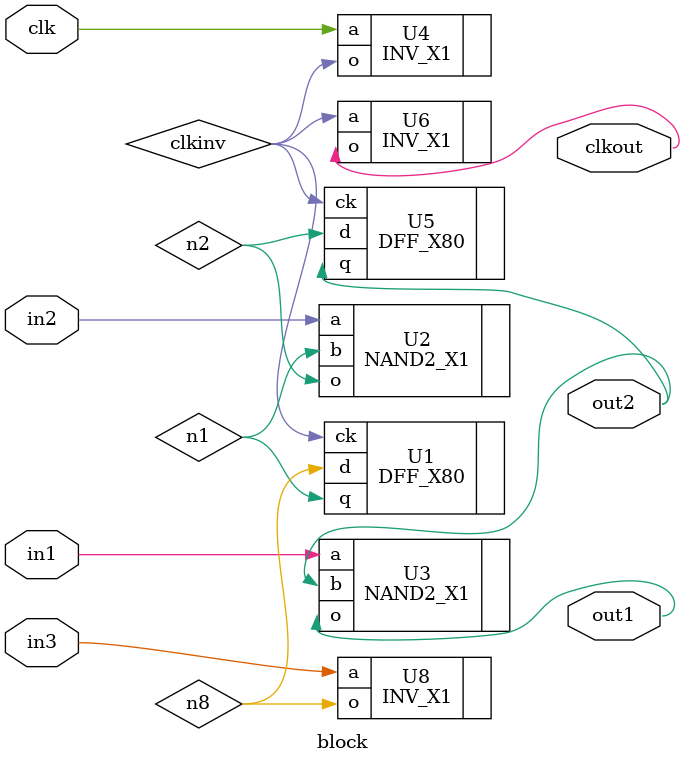
<source format=v>
module block (
in1,
in2,
in3,
clk,
out1,
out2,
clkout,
);

// Start PIs
input in1;
input in2;
input in3;
input clk;

// Start POs
output out1;
output out2;
output clkout;

// Start wires
wire in1;
wire in2;
wire in3;
wire clk;
wire out1;
wire out2;
wire clkout;
wire n1;
wire n2;
wire n8;
wire clkinv;

// Start cells
DFF_X80 U1 ( .d(n8), .ck(clkinv), .q(n1) );
NAND2_X1 U2 ( .a(in2), .b(n1), .o(n2) );
NAND2_X1 U3 ( .a(in1), .b(out2), .o(out1) );
INV_X1 U4 ( .a(clk), .o(clkinv) );
DFF_X80 U5 ( .d(n2), .ck(clkinv), .q(out2) );
INV_X1 U6 ( .a(clkinv), .o(clkout) );
INV_X1 U8 ( .a(in3), .o(n8) );

endmodule

</source>
